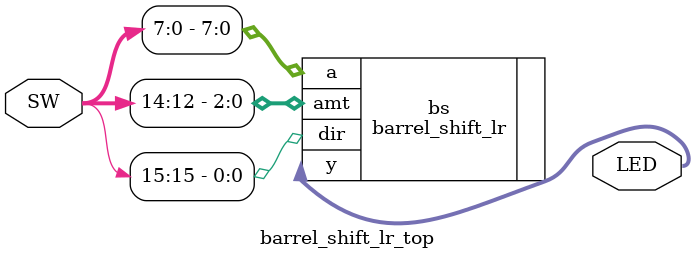
<source format=sv>
`timescale 1ns / 1ps

module barrel_shift_lr_top(
    input logic [15:0] SW,
    output logic [7:0] LED
    );
    
    barrel_shift_lr bs(.a(SW[7:0]), .dir(SW[15]), .amt(SW[14:12]), .y(LED));
endmodule

</source>
